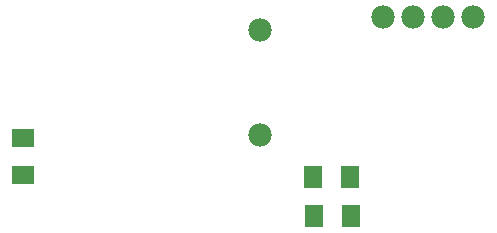
<source format=gtp>
G04 MADE WITH FRITZING*
G04 WWW.FRITZING.ORG*
G04 DOUBLE SIDED*
G04 HOLES PLATED*
G04 CONTOUR ON CENTER OF CONTOUR VECTOR*
%ASAXBY*%
%FSLAX23Y23*%
%MOIN*%
%OFA0B0*%
%SFA1.0B1.0*%
%ADD10C,0.078000*%
%ADD11R,0.062992X0.074803*%
%ADD12R,0.074803X0.062992*%
%ADD13R,0.001000X0.001000*%
%LNPASTEMASK1*%
G90*
G70*
G54D10*
X1007Y687D03*
X1007Y336D03*
X1418Y731D03*
X1518Y731D03*
X1618Y731D03*
X1718Y731D03*
G54D11*
X1187Y66D03*
X1309Y66D03*
X1307Y196D03*
X1185Y196D03*
G54D12*
X217Y326D03*
X217Y204D03*
G54D13*
D02*
G04 End of PasteMask1*
M02*
</source>
